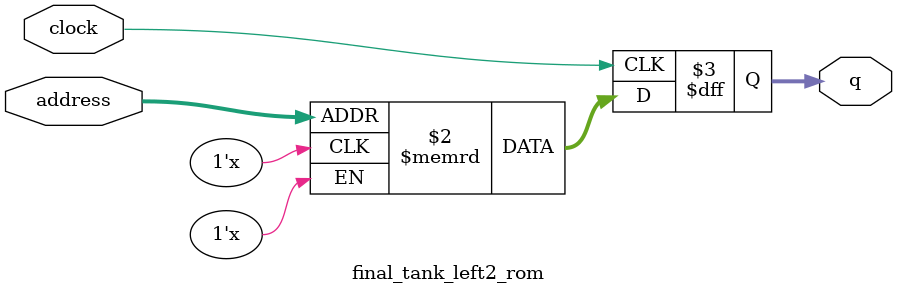
<source format=sv>
module final_tank_left2_rom (
	input logic clock,
	input logic [9:0] address,
	output logic [3:0] q
);

logic [3:0] memory [0:1023] /* synthesis ram_init_file = "./final_tank_left2/final_tank_left2.mif" */;

always_ff @ (posedge clock) begin
	q <= memory[address];
end

endmodule

</source>
